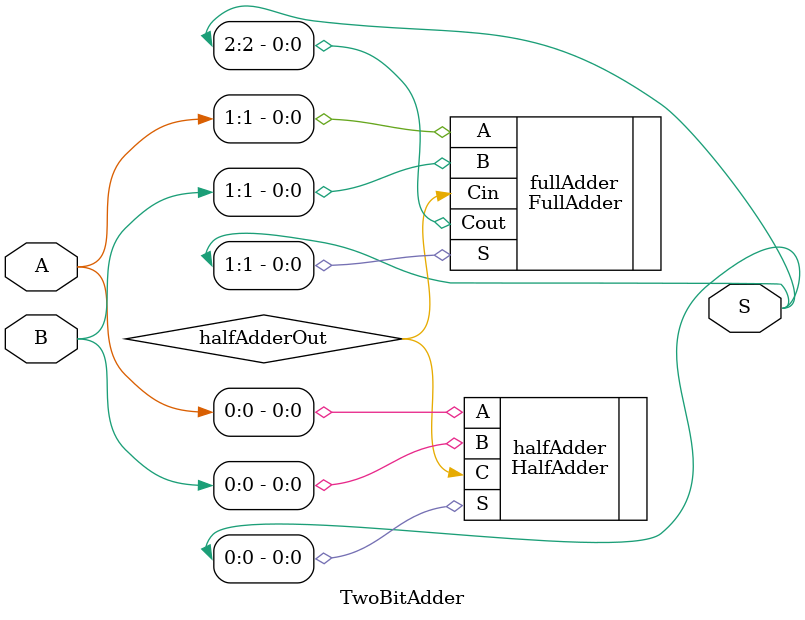
<source format=v>
`timescale 1ns / 1ps


module TwoBitAdder(
    input [1:0] A,
    input [1:0] B,
    output [2:0] S
    );
    wire halfAdderOut;
     
    HalfAdder halfAdder(
    .A(A[0]), .B(B[0]), .C(halfAdderOut),
    .S(S[0])
    );
    
    FullAdder fullAdder(
    .A(A[1]), .B(B[1]), .Cin(halfAdderOut),
    .S(S[1]), .Cout(S[2])
    );
    
endmodule

</source>
